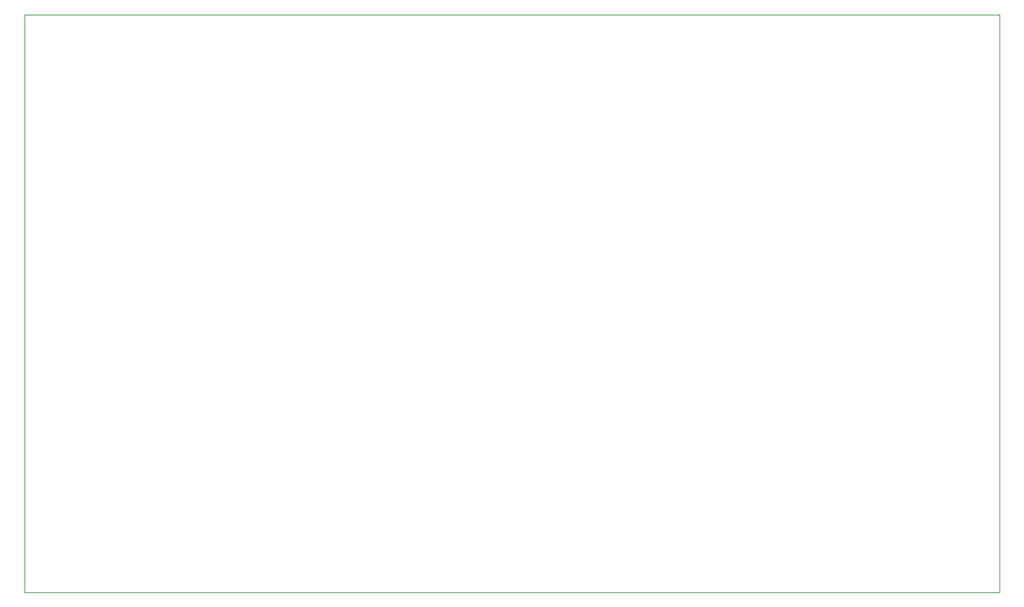
<source format=gbr>
%TF.GenerationSoftware,KiCad,Pcbnew,9.0.3*%
%TF.CreationDate,2025-08-14T07:09:17+00:00*%
%TF.ProjectId,board,626f6172-642e-46b6-9963-61645f706362,1.0*%
%TF.SameCoordinates,Original*%
%TF.FileFunction,Profile,NP*%
%FSLAX46Y46*%
G04 Gerber Fmt 4.6, Leading zero omitted, Abs format (unit mm)*
G04 Created by KiCad (PCBNEW 9.0.3) date 2025-08-14 07:09:17*
%MOMM*%
%LPD*%
G01*
G04 APERTURE LIST*
%TA.AperFunction,Profile*%
%ADD10C,0.100000*%
%TD*%
G04 APERTURE END LIST*
D10*
X95040000Y-65000000D02*
X213000000Y-65000000D01*
X213000000Y-135000000D01*
X95040000Y-135000000D01*
X95040000Y-65000000D01*
M02*

</source>
